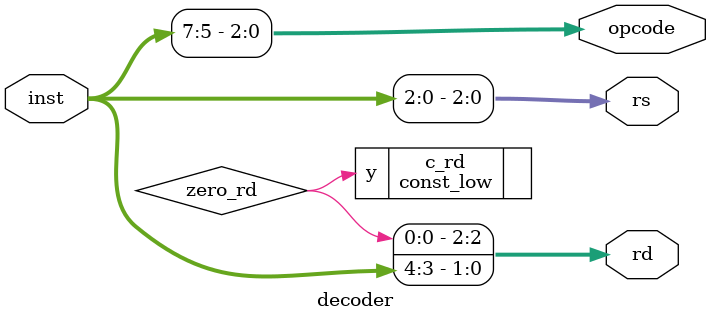
<source format=v>
`timescale 1ns / 1ps

module decoder (
    input [7:0] inst,       // 命令
    output [2:0] opcode,    // ALU操作コード
    output [2:0] rd,        // 書き込み先（3ビットに拡張、上位1ビットは0固定）
    output [2:0] rs         // 読み出し元
);
    // opcode = inst[7:5]
    assign opcode[0] = inst[5];
    assign opcode[1] = inst[6];
    assign opcode[2] = inst[7];
    
    // rd = inst[4:3] → 3ビットに拡張（上位を0に）
    assign rd[0] = inst[3];
    assign rd[1] = inst[4];
    wire zero_rd;
    const_low c_rd(.y(zero_rd));
    assign rd[2] = zero_rd;
    
    // rs = inst[2:0]
    assign rs[0] = inst[0];
    assign rs[1] = inst[1];
    assign rs[2] = inst[2];
endmodule

</source>
